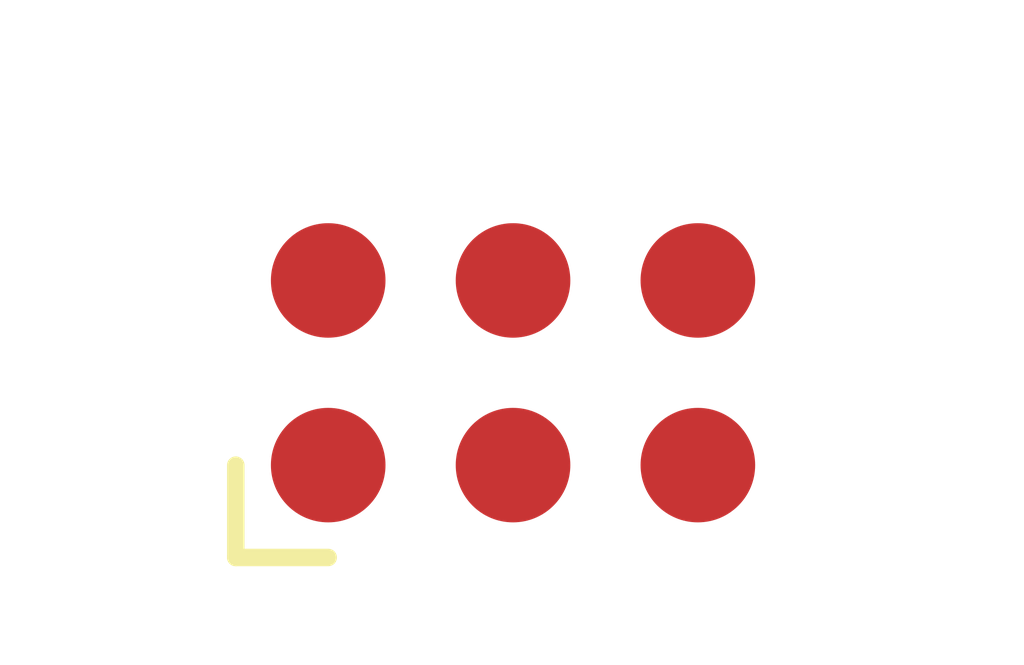
<source format=kicad_pcb>
(kicad_pcb (version 20241229) (generator "atopile") (generator_version "0.3.24")
  (layers (0 "F.Cu" signal) (31 "B.Cu" signal) (34 "B.Paste" user) (35 "F.Paste" user) (36 "B.SilkS" user "B.Silkscreen") (37 "F.SilkS" user "F.Silkscreen") (38 "B.Mask" user) (39 "F.Mask" user) (44 "Edge.Cuts" user))
  (net 0 "")
  (net 1 "gnd")
  (net 2 "line-2")
  (net 3 "hv")
  (net 4 "line")
  (net 5 "line-3")
  (net 6 "line-1")
  (footprint "Connector:Tag-Connect_TC2030-IDC-NL_2x03_P1.27mm_Vertical" (layer "F.Cu") (at 0 0 0)
    (property "Reference" "U1" (hide yes))
    (property "Value" "")
    (fp_line (start -1.905 1.27) (end -1.905 0.635) (stroke (width 0.12)) (layer "F.SilkS"))
    (fp_line (start -1.27 1.27) (end -1.905 1.27) (stroke (width 0.12)) (layer "F.SilkS"))
    (pad "" np_thru_hole circle (at -2.54 0 0) (size 0.9906 0.9906) (drill 0.9906) (layers "*.Cu" "*.Mask"))
    (pad "" np_thru_hole circle (at 2.54 -1.016 0) (size 0.9906 0.9906) (drill 0.9906) (layers "*.Cu" "*.Mask"))
    (pad "" np_thru_hole circle (at 2.54 1.016 0) (size 0.9906 0.9906) (drill 0.9906) (layers "*.Cu" "*.Mask"))
    (pad "1" connect circle (at -1.27 0.635 0) (size 0.7874 0.7874) (layers "F.Cu" "F.Mask") (net 3 "hv"))
    (pad "2" connect circle (at -1.27 -0.635 0) (size 0.7874 0.7874) (layers "F.Cu" "F.Mask") (net 4 "line"))
    (pad "3" connect circle (at 0 0.635 0) (size 0.7874 0.7874) (layers "F.Cu" "F.Mask") (net 2 "line-2"))
    (pad "4" connect circle (at 0 -0.635 0) (size 0.7874 0.7874) (layers "F.Cu" "F.Mask") (net 5 "line-3"))
    (pad "5" connect circle (at 1.27 0.635 0) (size 0.7874 0.7874) (layers "F.Cu" "F.Mask") (net 1 "gnd"))
    (pad "6" connect circle (at 1.27 -0.635 0) (size 0.7874 0.7874) (layers "F.Cu" "F.Mask") (net 6 "line-1"))
  )
)
</source>
